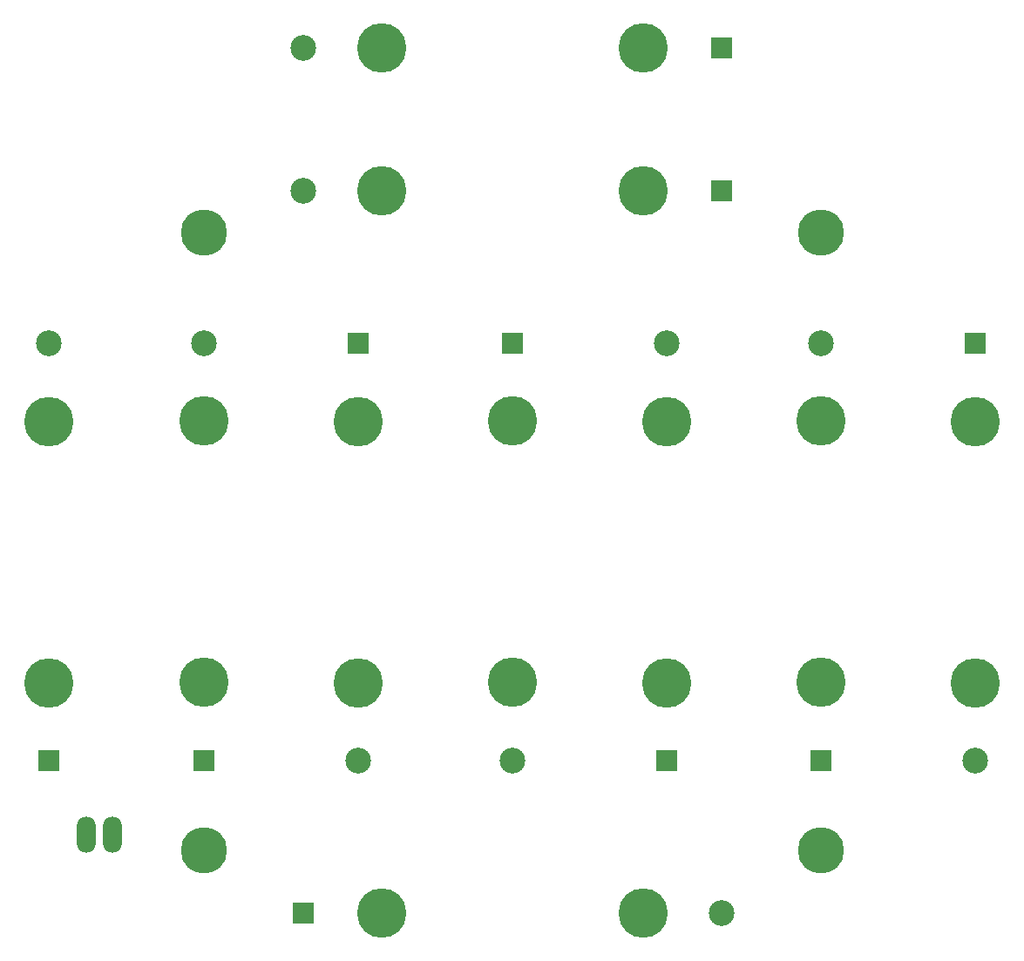
<source format=gbr>
%TF.GenerationSoftware,KiCad,Pcbnew,7.0.1-0*%
%TF.CreationDate,2023-05-25T16:37:55+09:00*%
%TF.ProjectId,Battery,42617474-6572-4792-9e6b-696361645f70,rev?*%
%TF.SameCoordinates,Original*%
%TF.FileFunction,Soldermask,Bot*%
%TF.FilePolarity,Negative*%
%FSLAX46Y46*%
G04 Gerber Fmt 4.6, Leading zero omitted, Abs format (unit mm)*
G04 Created by KiCad (PCBNEW 7.0.1-0) date 2023-05-25 16:37:55*
%MOMM*%
%LPD*%
G01*
G04 APERTURE LIST*
%ADD10R,2.000000X2.000000*%
%ADD11C,2.500000*%
%ADD12C,4.800000*%
%ADD13C,4.500000*%
%ADD14O,1.853200X3.503200*%
G04 APERTURE END LIST*
D10*
%TO.C,BT7*%
X114780000Y-119090000D03*
D11*
X114780000Y-78490000D03*
D12*
X114780000Y-111490000D03*
X114780000Y-86090000D03*
%TD*%
D13*
%TO.C,REF\u002A\u002A*%
X174780000Y-127790000D03*
%TD*%
%TO.C,REF\u002A\u002A*%
X174780000Y-67790000D03*
%TD*%
%TO.C,REF\u002A\u002A*%
X114780000Y-67790000D03*
%TD*%
D10*
%TO.C,BT10*%
X165080000Y-49790000D03*
D11*
X124480000Y-49790000D03*
D12*
X157480000Y-49790000D03*
X132080000Y-49790000D03*
%TD*%
D10*
%TO.C,BT9*%
X174780000Y-119090000D03*
D11*
X174780000Y-78490000D03*
D12*
X174780000Y-111490000D03*
X174780000Y-86090000D03*
%TD*%
D10*
%TO.C,BT8*%
X144780000Y-78490000D03*
D11*
X144780000Y-119090000D03*
D12*
X144780000Y-86090000D03*
X144780000Y-111490000D03*
%TD*%
D10*
%TO.C,BT6*%
X124480000Y-133926000D03*
D11*
X165080000Y-133926000D03*
D12*
X132080000Y-133926000D03*
X157480000Y-133926000D03*
%TD*%
D14*
%TO.C,J1*%
X103378000Y-126238000D03*
X105918000Y-126238000D03*
%TD*%
D13*
%TO.C,REF\u002A\u002A*%
X114780000Y-127790000D03*
%TD*%
D10*
%TO.C,BT5*%
X165080000Y-63718000D03*
D11*
X124480000Y-63718000D03*
D12*
X157480000Y-63718000D03*
X132080000Y-63718000D03*
%TD*%
D10*
%TO.C,BT3*%
X159780000Y-119106000D03*
D11*
X159780000Y-78506000D03*
D12*
X159780000Y-111506000D03*
X159780000Y-86106000D03*
%TD*%
D10*
%TO.C,BT4*%
X189780000Y-78506000D03*
D11*
X189780000Y-119106000D03*
D12*
X189780000Y-86106000D03*
X189780000Y-111506000D03*
%TD*%
D10*
%TO.C,BT1*%
X99780000Y-119106000D03*
D11*
X99780000Y-78506000D03*
D12*
X99780000Y-111506000D03*
X99780000Y-86106000D03*
%TD*%
D10*
%TO.C,BT2*%
X129780000Y-78506000D03*
D11*
X129780000Y-119106000D03*
D12*
X129780000Y-86106000D03*
X129780000Y-111506000D03*
%TD*%
M02*

</source>
